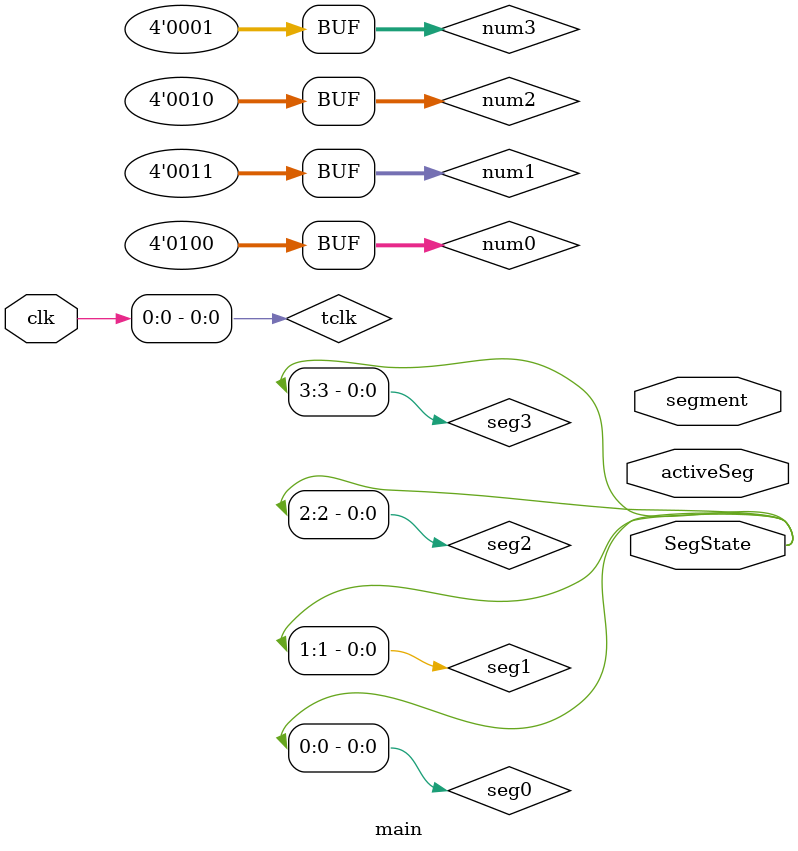
<source format=v>
`timescale 1ns / 1ps


module main(
    output [6:0] segment,
    output activeSeg,
    output [3:0] SegState,
    input clk
    );
    
    wire [3:0] num3,num2,num1,num0; 
    assign num0=4;
    assign num1=3;
    assign num2=2;
    assign num3=1;
    
    wire seg0,seg1,seg2,seg3;
    assign SegState={seg3,seg2,seg1,seg0};
    
    wire targetClk;
    wire [18:0] tclk;
    assign tclk[0]=clk;
    genvar c;
    generate for(c=0;c<18;c=c+1) 
        begin
            clkDivModule fDiv(tclk[c+1],tclk[c]);
        end 
    endgenerate
    
    clkDivModule fdivTarget(targetClk,tclk[18]);
    
    quad2heptaSeg q7seg(seg,dp,an0,an1,an2,an3,num0,num1,num2,num3,targetClk);
    
    
endmodule

</source>
